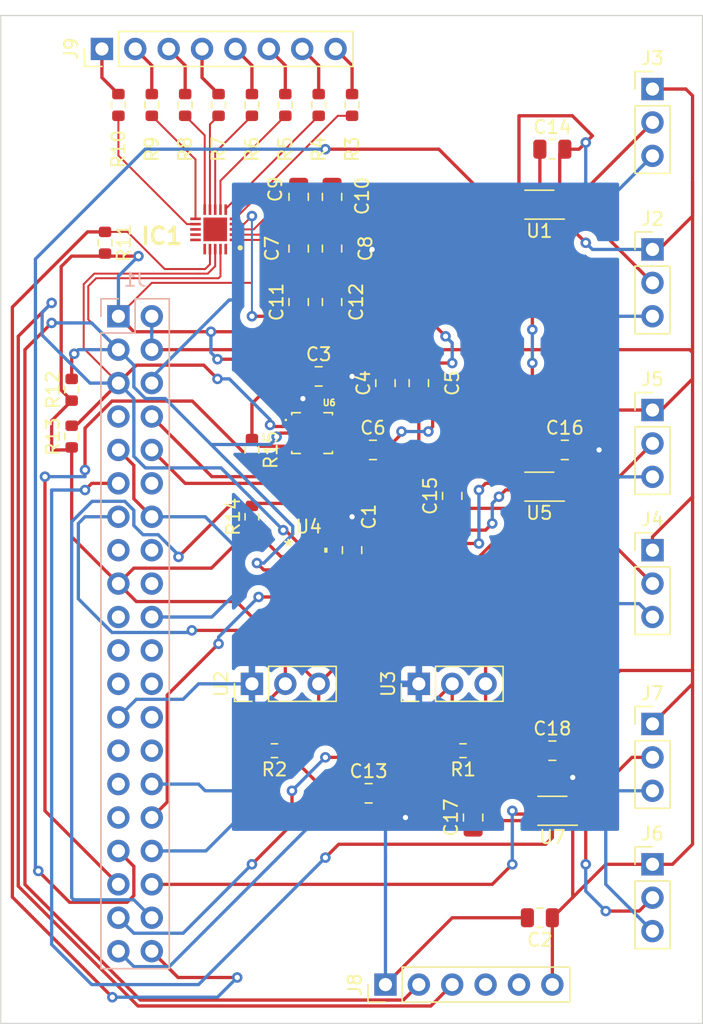
<source format=kicad_pcb>
(kicad_pcb (version 20221018) (generator pcbnew)
  (layers (0 "F.Cu" signal) (31 "B.Cu" signal) (34 "B.Paste" user) (35 "F.Paste" user) (36 "B.SilkS" user "B.Silkscreen") (37 "F.SilkS" user "F.Silkscreen") (38 "B.Mask" user) (39 "F.Mask" user) (44 "Edge.Cuts" user))
  (net 0 "")
  (net 1 "+3.3V")
  (net 3 "+5V")
  (net 4 "GND")
  (net 5 "INT_CAP")
  (net 6 "I2C_SDA")
  (net 7 "I2C_SCL")
  (net 9 "THR_3")
  (net 10 "THR_4")
  (net 11 "THR_6")
  (net 12 "Net-(J6-Pin_2)")
  (net 14 "TEMP_EXT")
  (net 15 "THR_1")
  (net 21 "THR_2")
  (net 26 "INT_GYR")
  (net 31 "THR_5")
  (net 34 "Net-(J9-Pin_1)")
  (net 35 "TEMP_INT")
  (net 36 "INT_ACC")
  (net 37 "Net-(J9-Pin_3)")
  (net 38 "Net-(J9-Pin_2)")
  (net 39 "Net-(J2-Pin_2)")
  (net 40 "Net-(J3-Pin_2)")
  (net 41 "Net-(J9-Pin_4)")
  (net 42 "Net-(J9-Pin_5)")
  (net 43 "Net-(U6-REGOUT)")
  (net 44 "Net-(J5-Pin_2)")
  (net 45 "Net-(J4-Pin_2)")
  (net 55 "Net-(IC1-VREGD)")
  (net 56 "Net-(IC1-VREGA)")
  (net 57 "Net-(IC1-CRX0{slash}CTX0)")
  (net 58 "Net-(IC1-CRX1{slash}CTX1)")
  (net 59 "Net-(IC1-CRX2{slash}CTX2)")
  (net 60 "Net-(IC1-CRX3{slash}CTX3)")
  (net 61 "Net-(IC1-CRX4{slash}CTX4)")
  (net 62 "Net-(IC1-CRX5{slash}CTX5)")
  (net 63 "Net-(IC1-CRX6{slash}CTX6)")
  (net 64 "Net-(IC1-CRX7{slash}CTX7)")
  (net 65 "Net-(J9-Pin_6)")
  (net 66 "Net-(J7-Pin_2)")
  (net 67 "Net-(J9-Pin_7)")
  (net 68 "Net-(J9-Pin_8)")
  (footprint "Package_SO:VSSOP-8_2.3x2mm_P0.5mm" (layer "F.Cu") (at 92.99 70.2564 180)
    (fp_text reference "U1")
    (fp_text value "74LVC2T45DC")
  )
  (footprint "Resistor_SMD:R_0603_1608Metric" (layer "F.Cu") (at 72.835 111.76 180)
    (fp_text reference "R2")
    (fp_text value "4.7k")
  )
  (footprint "Resistor_SMD:R_0603_1608Metric" (layer "F.Cu") (at 66.04 62.675 90)
    (fp_text reference "R8")
    (fp_text value "470")
  )
  (footprint "Connector_PinHeader_2.54mm:PinHeader_1x03_P2.54mm_Vertical" (layer "F.Cu") (at 101.6 120.396)
    (fp_text reference "J6")
    (fp_text value "PWM_5")
  )
  (footprint "Package_SO:VSSOP-8_2.3x2mm_P0.5mm" (layer "F.Cu") (at 92.99 91.69 180)
    (fp_text reference "U5")
    (fp_text value "74LVC2T45DC")
  )
  (footprint "ROV_PCB:MC3479_MEM" (layer "F.Cu") (at 75.4401 97.27)
    (fp_text reference "U4")
    (fp_text value "MC3479")
  )
  (footprint "Capacitor_SMD:C_0805_2012Metric" (layer "F.Cu") (at 78.74 96.52 90)
    (fp_text reference "C1")
    (fp_text value "0.1uF")
  )
  (footprint "Connector_PinHeader_2.54mm:PinHeader_1x03_P2.54mm_Vertical" (layer "F.Cu") (at 71.12 106.68 90)
    (fp_text reference "U2")
    (fp_text value "DS18B20")
  )
  (footprint "Resistor_SMD:R_0603_1608Metric" (layer "F.Cu") (at 63.5 62.675 90)
    (fp_text reference "R9")
    (fp_text value "470")
  )
  (footprint "Connector_PinHeader_2.54mm:PinHeader_1x03_P2.54mm_Vertical" (layer "F.Cu") (at 101.6 73.66)
    (fp_text reference "J2")
    (fp_text value "PWM_1")
  )
  (footprint "Resistor_SMD:R_0603_1608Metric" (layer "F.Cu") (at 57.404 87.884 90)
    (fp_text reference "R13")
    (fp_text value "4.7k")
  )
  (footprint "Connector_PinHeader_2.54mm:PinHeader_1x06_P2.54mm_Vertical" (layer "F.Cu") (at 81.28 129.54 90)
    (fp_text reference "J8")
    (fp_text value "LiDAR")
  )
  (footprint "Capacitor_SMD:C_0805_2012Metric" (layer "F.Cu") (at 93.98 66.04)
    (fp_text reference "C14")
    (fp_text value "100nF")
  )
  (footprint "Capacitor_SMD:C_0805_2012Metric" (layer "F.Cu") (at 94.93 88.9)
    (fp_text reference "C16")
    (fp_text value "100nF")
  )
  (footprint "Capacitor_SMD:C_0805_2012Metric" (layer "F.Cu") (at 83.82 83.82 90)
    (fp_text reference "C5")
    (fp_text value "2.2uF")
  )
  (footprint "Connector_PinHeader_2.54mm:PinHeader_1x03_P2.54mm_Vertical" (layer "F.Cu") (at 101.6 109.728)
    (fp_text reference "J7")
    (fp_text value "PWM_6")
  )
  (footprint "ROV_PCB:PQFN50P300X300X80-16N" (layer "F.Cu") (at 75.7 87.62)
    (fp_text reference "U6")
    (fp_text value "IAM-20380")
  )
  (footprint "Capacitor_SMD:C_0805_2012Metric" (layer "F.Cu") (at 77.216 69.662 90)
    (fp_text reference "C10")
    (fp_text value "2.2uF")
  )
  (footprint "Capacitor_SMD:C_0805_2012Metric" (layer "F.Cu") (at 74.676 69.662 90)
    (fp_text reference "C9")
    (fp_text value "100pF")
  )
  (footprint "ROV_PCB:QFN40P300X300X60-21N" (layer "F.Cu") (at 68.326 72.136 180)
    (fp_text reference "IC1")
    (fp_text value "IQS7222C101QNR" hide)
  )
  (footprint "Capacitor_SMD:C_0805_2012Metric" (layer "F.Cu") (at 77.216 73.594 90)
    (fp_text reference "C8")
    (fp_text value "2.2uF")
  )
  (footprint "Connector_PinHeader_2.54mm:PinHeader_1x08_P2.54mm_Vertical" (layer "F.Cu") (at 59.705 58.42 90)
    (fp_text reference "J9")
    (fp_text value "CapSense")
  )
  (footprint "Resistor_SMD:R_0603_1608Metric" (layer "F.Cu") (at 73.66 62.675 90)
    (fp_text reference "R5")
    (fp_text value "470")
  )
  (footprint "Capacitor_SMD:C_0805_2012Metric" (layer "F.Cu") (at 87.95 116.84 90)
    (fp_text reference "C17")
    (fp_text value "100nF")
  )
  (footprint "Capacitor_SMD:C_0805_2012Metric" (layer "F.Cu") (at 93.98 111.76)
    (fp_text reference "C18")
    (fp_text value "100nF")
  )
  (footprint "Capacitor_SMD:C_0805_2012Metric" (layer "F.Cu") (at 77.216 77.658 90)
    (fp_text reference "C12")
    (fp_text value "2.2uF")
  )
  (footprint "Resistor_SMD:R_0603_1608Metric" (layer "F.Cu") (at 71.12 88.9 -90)
    (fp_text reference "R15")
    (fp_text value "4.7k")
  )
  (footprint "Capacitor_SMD:C_0805_2012Metric" (layer "F.Cu") (at 74.676 73.594 90)
    (fp_text reference "C7")
    (fp_text value "100pF")
  )
  (footprint "Connector_PinHeader_2.54mm:PinHeader_1x03_P2.54mm_Vertical" (layer "F.Cu") (at 101.6 85.867)
    (fp_text reference "J5")
    (fp_text value "PWM_4")
  )
  (footprint "Resistor_SMD:R_0603_1608Metric" (layer "F.Cu") (at 71.12 93.98 90)
    (fp_text reference "R14")
    (fp_text value "4.7k")
  )
  (footprint "Package_SO:VSSOP-8_2.3x2mm_P0.5mm" (layer "F.Cu") (at 93.98 116.328 180)
    (fp_text reference "U7")
    (fp_text value "74LVC2T45DC")
  )
  (footprint "Capacitor_SMD:C_0805_2012Metric" (layer "F.Cu") (at 81.28 83.82 90)
    (fp_text reference "C4")
    (fp_text value "0.1uF")
  )
  (footprint "Resistor_SMD:R_0603_1608Metric" (layer "F.Cu") (at 76.2 62.675 90)
    (fp_text reference "R4")
    (fp_text value "470")
  )
  (footprint "Resistor_SMD:R_0603_1608Metric" (layer "F.Cu") (at 57.404 84.328 90)
    (fp_text reference "R12")
    (fp_text value "4.7k")
  )
  (footprint "Connector_PinHeader_2.54mm:PinHeader_1x03_P2.54mm_Vertical" (layer "F.Cu") (at 101.6 61.468)
    (fp_text reference "J3")
    (fp_text value "PWM_2")
  )
  (footprint "Capacitor_SMD:C_0805_2012Metric" (layer "F.Cu") (at 86.36 92.39 90)
    (fp_text reference "C15")
    (fp_text value "100nF")
  )
  (footprint "Resistor_SMD:R_0603_1608Metric" (layer "F.Cu") (at 71.12 62.675 90)
    (fp_text reference "R6")
    (fp_text value "470")
  )
  (footprint "Capacitor_SMD:C_0805_2012Metric" (layer "F.Cu") (at 80.33 88.9)
    (fp_text reference "C6")
    (fp_text value "2.2uF")
  )
  (footprint "Resistor_SMD:R_0603_1608Metric" (layer "F.Cu") (at 60.96 62.675 90)
    (fp_text reference "R10")
    (fp_text value "470")
  )
  (footprint "Connector_PinHeader_2.54mm:PinHeader_1x03_P2.54mm_Vertical" (layer "F.Cu") (at 83.82 106.68 90)
    (fp_text reference "U3")
    (fp_text value "DS18B20")
  )
  (footprint "Capacitor_SMD:C_0805_2012Metric" (layer "F.Cu") (at 93.03 124.46 180)
    (fp_text reference "C2")
    (fp_text value "680uF")
  )
  (footprint "Resistor_SMD:R_0603_1608Metric" (layer "F.Cu") (at 87.185 111.76 180)
    (fp_text reference "R1")
    (fp_text value "4.7k")
  )
  (footprint "Capacitor_SMD:C_0805_2012Metric" (layer "F.Cu") (at 74.676 77.658 90)
    (fp_text reference "C11")
    (fp_text value "100pF")
  )
  (footprint "Resistor_SMD:R_0603_1608Metric" (layer "F.Cu") (at 68.58 62.675 90)
    (fp_text reference "R7")
    (fp_text value "470")
  )
  (footprint "Capacitor_SMD:C_0805_2012Metric" (layer "F.Cu") (at 80 115)
    (fp_text reference "C13")
    (fp_text value "100nF")
  )
  (footprint "Resistor_SMD:R_0603_1608Metric" (layer "F.Cu") (at 59.944 73.152 -90)
    (fp_text reference "R11")
    (fp_text value "4.7k")
  )
  (footprint "Capacitor_SMD:C_0805_2012Metric" (layer "F.Cu") (at 76.2 83.312)
    (fp_text reference "C3")
    (fp_text value "0.47uF")
  )
  (footprint "Resistor_SMD:R_0603_1608Metric" (layer "F.Cu") (at 78.74 62.675 90)
    (fp_text reference "R3")
    (fp_text value "470")
  )
  (footprint "Connector_PinHeader_2.54mm:PinHeader_1x03_P2.54mm_Vertical" (layer "F.Cu") (at 101.6 96.52)
    (fp_text reference "J4")
    (fp_text value "PWM_3")
  )
  (footprint "Connector_PinSocket_2.54mm:PinSocket_2x20_P2.54mm_Vertical" (layer "B.Cu") (at 60.96 78.74 180)
    (fp_text reference "J1")
    (fp_text value "Raspberry_Pi_2_3")
  )
  (gr_rect (start 52 55.88) (end 105.41 132.5) (stroke (width 0.1)) (fill none) (layer "Edge.Cuts"))
  (segment (start 76.199999 97.02) (end 78.29 97.02) (width 0.25) (layer "F.Cu") (net 1))
  (segment (start 56.604 74.968) (end 57.404 74.168) (width 0.25) (layer "F.Cu") (net 1))
  (segment (start 57.404 88.709) (end 57.404 95.504) (width 0.25) (layer "F.Cu") (net 1))
  (segment (start 88.9 106.68) (end 88.9 110.87) (width 0.25) (layer "F.Cu") (net 1))
  (segment (start 88.662 117.078) (end 87.95 117.79) (width 0.25) (layer "F.Cu") (net 1))
  (segment (start 55.88 88.9) (end 57.213 88.9) (width 0.25) (layer "F.Cu") (net 1))
  (segment (start 60.96 99.06) (end 62.325 100.425) (width 0.25) (layer "F.Cu") (net 1))
  (segment (start 76.2 106.68) (end 79.248 103.632) (width 0.25) (layer "F.Cu") (net 1))
  (segment (start 84.5 87.5) (end 84.5445 87.5) (width 0.25) (layer "F.Cu") (net 1))
  (segment (start 68.5 82.0045) (end 69.8245 82.0045) (width 0.25) (layer "F.Cu") (net 1))
  (segment (start 69.826 72.936) (end 71.12 72.936) (width 0.15) (layer "F.Cu") (net 1))
  (segment (start 83.82 82.804) (end 84.328 82.296) (width 0.25) (layer "F.Cu") (net 1))
  (segment (start 74.676 74.544) (end 77.216 74.544) (width 0.25) (layer "F.Cu") (net 1))
  (segment (start 71.12 94.805) (end 73.335 97.02) (width 0.25) (layer "F.Cu") (net 1))
  (segment (start 71.12 76.2) (end 71.12 72.936) (width 0.15) (layer "F.Cu") (net 1))
  (segment (start 81.92 88.9) (end 86.36 93.34) (width 0.25) (layer "F.Cu") (net 1))
  (segment (start 73.335 97.02) (end 74.680201 97.02) (width 0.25) (layer "F.Cu") (net 1))
  (segment (start 57.404 85.153) (end 55.88 86.677) (width 0.25) (layer "F.Cu") (net 1))
  (segment (start 60.135 74.168) (end 59.944 73.977) (width 0.25) (layer "F.Cu") (net 1))
  (segment (start 71.12 88.075) (end 71.12 85.38) (width 0.25) (layer "F.Cu") (net 1))
  (segment (start 62.325 100.425) (end 69.945 100.425) (width 0.25) (layer "F.Cu") (net 1))
  (segment (start 57.213 88.9) (end 57.404 88.709) (width 0.25) (layer "F.Cu") (net 1))
  (segment (start 80.772 81.788) (end 74.676 81.788) (width 0.25) (layer "F.Cu") (net 1))
  (segment (start 73.152 84.312) (end 75.2 86.36) (width 0.25) (layer "F.Cu") (net 1))
  (segment (start 71.12 72.936) (end 73.068 72.936) (width 0.15) (layer "F.Cu") (net 1))
  (segment (start 72.136 83.82) (end 73.152 83.82) (width 0.25) (layer "F.Cu") (net 1))
  (segment (start 73.068 72.936) (end 74.676 74.544) (width 0.15) (layer "F.Cu") (net 1))
  (segment (start 83.7632 78.6832) (end 91.44 71.0064) (width 0.25) (layer "F.Cu") (net 1))
  (segment (start 90.556 93.34) (end 91.44 92.456) (width 0.25) (layer "F.Cu") (net 1))
  (segment (start 57.404 74.168) (end 59.753 74.168) (width 0.25) (layer "F.Cu") (net 1))
  (segment (start 89.916 117.078) (end 88.662 117.078) (width 0.25) (layer "F.Cu") (net 1))
  (segment (start 72.16 84.34) (end 71.888 84.068) (width 0.25) (layer "F.Cu") (net 1))
  (segment (start 92.43 117.078) (end 89.916 117.078) (width 0.25) (layer "F.Cu") (net 1))
  (segment (start 74.44 86.62) (end 72.65 84.83) (width 0.25) (layer "F.Cu") (net 1))
  (segment (start 60.96 78.74) (end 62.135 79.915) (width 0.25) (layer "F.Cu") (net 1))
  (segment (start 73.152 83.312) (end 73.152 84.312) (width 0.25) (layer "F.Cu") (net 1))
  (segment (start 81.28 82.87) (end 81.28 82.296) (width 0.25) (layer "F.Cu") (net 1))
  (segment (start 89.916 113.666) (end 89.916 117.078) (width 0.25) (layer "F.Cu") (net 1))
  (segment (start 62.484 74.168) (end 60.135 74.168) (width 0.25) (layer "F.Cu") (net 1))
  (segment (start 84.87 83.92) (end 84.87 87.13) (width 0.25) (layer "F.Cu") (net 1))
  (segment (start 62.135 79.915) (end 82.5314 79.915) (width 0.25) (layer "F.Cu") (net 1))
  (segment (start 55.88 86.677) (end 55.88 88.9) (width 0.25) (layer "F.Cu") (net 1))
  (segment (start 71.12 88.075) (end 71.665 88.62) (width 0.25) (layer "F.Cu") (net 1))
  (segment (start 78.29 97.02) (end 78.74 97.47) (width 0.25) (layer "F.Cu") (net 1))
  (segment (start 82.5314 79.915) (end 83.7632 78.6832) (width 0.25) (layer "F.Cu") (net 1))
  (segment (start 76.9 115) (end 79.05 115) (width 0.25) (layer "F.Cu") (net 1))
  (segment (start 84.2712 78.6832) (end 83.7632 78.6832) (width 0.25) (layer "F.Cu") (net 1))
  (segment (start 69.945 100.425) (end 76.2 106.68) (width 0.25) (layer "F.Cu") (net 1))
  (segment (start 68.04 97.885) (end 71.12 94.805) (width 0.25) (layer "F.Cu") (net 1))
  (segment (start 71.665 88.62) (end 74.44 88.62) (width 0.25) (layer "F.Cu") (net 1))
  (segment (start 72.65 84.83) (end 72.16 84.34) (width 0.25) (layer "F.Cu") (net 1))
  (segment (start 84.87 87.13) (end 84.5 87.5) (width 0.25) (layer "F.Cu") (net 1))
  (segment (start 69.8245 82.0045) (end 71.888 84.068) (width 0.25) (layer "F.Cu") (net 1))
  (segment (start 59.753 74.168) (end 59.944 73.977) (width 0.25) (layer "F.Cu") (net 1))
  (segment (start 74.676 81.788) (end 73.152 83.312) (width 0.25) (layer "F.Cu") (net 1))
  (segment (start 83.82 82.87) (end 83.82 82.804) (width 0.25) (layer "F.Cu") (net 1))
  (segment (start 88.9 110.87) (end 88.01 111.76) (width 0.25) (layer "F.Cu") (net 1))
  (segment (start 74.94 86.62) (end 75.2 86.36) (width 0.25) (layer "F.Cu") (net 1))
  (segment (start 88.01 111.76) (end 89.916 113.666) (width 0.25) (layer "F.Cu") (net 1))
  (segment (start 79.248 103.632) (end 88.9 103.632) (width 0.25) (layer "F.Cu") (net 1))
  (segment (start 57.404 95.504) (end 60.96 99.06) (width 0.25) (layer "F.Cu") (net 1))
  (segment (start 86.36 93.34) (end 90.556 93.34) (width 0.25) (layer "F.Cu") (net 1))
  (segment (start 76.2 109.22) (end 76.2 106.68) (width 0.25) (layer "F.Cu") (net 1))
  (segment (start 62.135 97.885) (end 68.04 97.885) (width 0.25) (layer "F.Cu") (net 1))
  (segment (start 60.96 99.06) (end 62.135 97.885) (width 0.25) (layer "F.Cu") (net 1))
  (segment (start 81.28 88.9) (end 81.92 88.9) (width 0.25) (layer "F.Cu") (net 1))
  (segment (start 73.66 111.76) (end 76.9 115) (width 0.25) (layer "F.Cu") (net 1))
  (segment (start 63.5 76.2) (end 71.12 76.2) (width 0.15) (layer "F.Cu") (net 1))
  (segment (start 56.604 84.353) (end 56.604 74.968) (width 0.25) (layer "F.Cu") (net 1))
  (segment (start 74.44 86.62) (end 74.94 86.62) (width 0.25) (layer "F.Cu") (net 1))
  (segment (start 71.888 84.068) (end 72.136 83.82) (width 0.25) (layer "F.Cu") (net 1))
  (segment (start 82.5 87.5) (end 82.5 87.68) (width 0.25) (layer "F.Cu") (net 1))
  (segment (start 73.66 111.76) (end 76.2 109.22) (width 0.25) (layer "F.Cu") (net 1))
  (segment (start 84.328 82.296) (end 86.36 82.296) (width 0.25) (layer "F.Cu") (net 1))
  (segment (start 60.96 78.74) (end 63.5 76.2) (width 0.15) (layer "F.Cu") (net 1))
  (segment (start 74.680201 97.02) (end 76.199999 97.02) (width 0.25) (layer "F.Cu") (net 1))
  (segment (start 82.5 87.68) (end 81.28 88.9) (width 0.25) (layer "F.Cu") (net 1))
  (segment (start 85.852 80.264) (end 84.2712 78.6832) (width 0.25) (layer "F.Cu") (net 1))
  (segment (start 88.9 103.632) (end 88.9 106.68) (width 0.25) (layer "F.Cu") (net 1))
  (segment (start 81.28 82.87) (end 83.82 82.87) (width 0.25) (layer "F.Cu") (net 1))
  (segment (start 81.28 82.296) (end 80.772 81.788) (width 0.25) (layer "F.Cu") (net 1))
  (segment (start 71.12 85.38) (end 72.16 84.34) (width 0.25) (layer "F.Cu") (net 1))
  (segment (start 57.404 85.153) (end 56.604 84.353) (width 0.25) (layer "F.Cu") (net 1))
  (segment (start 83.82 82.87) (end 84.87 83.92) (width 0.25) (layer "F.Cu") (net 1))
  (via (at 68.5 82.0045) (size 0.8) (drill 0.4) (layers "F.Cu" "B.Cu") (net 1))
  (via (at 82.5 87.5) (size 0.8) (drill 0.4) (layers "F.Cu" "B.Cu") (net 1))
  (via (at 84.5445 87.5) (size 0.8) (drill 0.4) (layers "F.Cu" "B.Cu") (net 1))
  (via (at 85.852 80.264) (size 0.8) (drill 0.4) (layers "F.Cu" "B.Cu") (net 1))
  (via (at 86.36 82.296) (size 0.8) (drill 0.4) (layers "F.Cu" "B.Cu") (net 1))
  (via (at 62.484 74.168) (size 0.8) (drill 0.4) (layers "F.Cu" "B.Cu") (net 1))
  (via (at 68 79.915) (size 0.8) (drill 0.4) (layers "F.Cu" "B.Cu") (net 1))
  (segment (start 68.5 82) (end 68.5 82.0045) (width 0.25) (layer "B.Cu") (net 1))
  (segment (start 84.5445 87.5) (end 82.5 87.5) (width 0.25) (layer "B.Cu") (net 1))
  (segment (start 86.36 82.296) (end 86.36 80.772) (width 0.25) (layer "B.Cu") (net 1))
  (segment (start 68 79.915) (end 68 81.5) (width 0.25) (layer "B.Cu") (net 1))
  (segment (start 68 81.5) (end 68.5 82) (width 0.25) (layer "B.Cu") (net 1))
  (segment (start 86.36 80.772) (end 85.852 80.264) (width 0.25) (layer "B.Cu") (net 1))
  (segment (start 60.96 78.74) (end 60.96 75.692) (width 0.25) (layer "B.Cu") (net 1))
  (segment (start 60.96 75.692) (end 62.484 74.168) (width 0.25) (layer "B.Cu") (net 1))
  (segment (start 94.54 92.44) (end 93.84 92.44) (width 0.25) (layer "F.Cu") (net 3))
  (segment (start 104.648 92.456) (end 104.648 92.5) (width 0.25) (layer "F.Cu") (net 3))
  (segment (start 104.648 61.976) (end 104.648 68.5) (width 0.25) (layer "F.Cu") (net 3))
  (segment (start 101.6 95.504) (end 104.648 92.456) (width 0.25) (layer "F.Cu") (net 3))
  (segment (start 93.03 70.17) (end 93.03 66.04) (width 0.25) (layer "F.Cu") (net 3))
  (segment (start 101.6 85.867) (end 102.281 85.867) (width 0.25) (layer "F.Cu") (net 3))
  (segment (start 101.6 109.728) (end 104.648 106.68) (width 0.25) (layer "F.Cu") (net 3))
  (segment (start 101.6 85.867) (end 97.013 85.867) (width 0.25) (layer "F.Cu") (net 3))
  (segment (start 102.281 85.867) (end 104.648 83.5) (width 0.25) (layer "F.Cu") (net 3))
  (segment (start 98.044 120.396) (end 101.6 120.396) (width 0.25) (layer "F.Cu") (net 3))
  (segment (start 95.53 117.078) (end 95.53 122.91) (width 0.25) (layer "F.Cu") (net 3))
  (segment (start 93.03 111.76) (end 99.126 105.664) (width 0.25) (layer "F.Cu") (net 3))
  (segment (start 103.124 120.396) (end 101.6 120.396) (width 0.25) (layer "F.Cu") (net 3))
  (segment (start 104.648 61.976) (end 104.14 61.468) (width 0.25) (layer "F.Cu") (net 3))
  (segment (start 93.98 124.46) (end 98.044 120.396) (width 0.25) (layer "F.Cu") (net 3))
  (segment (start 104.648 71.12) (end 102.108 73.66) (width 0.25) (layer "F.Cu") (net 3))
  (segment (start 104.648 92.5) (end 104.648 83.5) (width 0.25) (layer "F.Cu") (net 3))
  (segment (start 104.648 92.5) (end 104.648 92.964) (width 0.25) (layer "F.Cu") (net 3))
  (segment (start 93.8664 71.0064) (end 93.03 70.17) (width 0.25) (layer "F.Cu") (net 3))
  (segment (start 92.964 92.456) (end 92.964 89.916) (width 0.25) (layer "F.Cu") (net 3))
  (segment (start 104.14 61.468) (end 101.6 61.468) (width 0.25) (layer "F.Cu") (net 3))
  (segment (start 104.648 118.872) (end 103.124 120.396) (width 0.25) (layer "F.Cu") (net 3))
  (segment (start 63.5 81.28) (end 104.428 81.28) (width 0.25) (layer "F.Cu") (net 3))
  (segment (start 104.648 70.612) (end 104.648 71.12) (width 0.25) (layer "F.Cu") (net 3))
  (segment (start 94.54 71.0064) (end 93.8664 71.0064) (width 0.25) (layer "F.Cu") (net 3))
  (segment (start 104.648 118.872) (end 104.648 106.68) (width 0.25) (layer "F.Cu") (net 3))
  (segment (start 102.108 73.66) (end 101.6 73.66) (width 0.25) (layer "F.Cu") (net 3))
  (segment (start 104.648 81.5) (end 104.648 68.5) (width 0.25) (layer "F.Cu") (net 3))
  (segment (start 92.964 89.916) (end 93.98 88.9) (width 0.25) (layer "F.Cu") (net 3))
  (segment (start 104.428 81.28) (end 104.648 81.5) (width 0.25) (layer "F.Cu") (net 3))
  (segment (start 99.126 105.664) (end 104.648 105.664) (width 0.25) (layer "F.Cu") (net 3))
  (segment (start 101.6 96.52) (end 101.6 95.504) (width 0.25) (layer "F.Cu") (net 3))
  (segment (start 104.648 106.68) (end 104.648 92.964) (width 0.25) (layer "F.Cu") (net 3))
  (segment (start 104.648 83.5) (end 104.648 81.5) (width 0.25) (layer "F.Cu") (net 3))
  (segment (start 93.84 92.44) (end 93.824 92.456) (width 0.25) (layer "F.Cu") (net 3))
  (segment (start 93.824 92.456) (end 92.964 92.456) (width 0.25) (layer "F.Cu") (net 3))
  (segment (start 95.53 122.91) (end 95.504 122.936) (width 0.25) (layer "F.Cu") (net 3))
  (segment (start 94.54 71.172) (end 96.52 73.152) (width 0.25) (layer "F.Cu") (net 3))
  (segment (start 94.54 71.0064) (end 94.54 71.172) (width 0.25) (layer "F.Cu") (net 3))
  (segment (start 104.648 68.5) (end 104.648 70.612) (width 0.25) (layer "F.Cu") (net 3))
  (segment (start 97.013 85.867) (end 93.98 88.9) (width 0.25) (layer "F.Cu") (net 3))
  (segment (start 93.98 124.46) (end 93.98 129.54) (width 0.25) (layer "F.Cu") (net 3))
  (via (at 96.52 73.152) (size 0.8) (drill 0.4) (layers "F.Cu" "B.Cu") (net 3))
  (segment (start 96.52 73.152) (end 97.028 73.66) (width 0.25) (layer "B.Cu") (net 3))
  (segment (start 63.5 78.74) (end 63.5 81.28) (width 0.25) (layer "B.Cu") (net 3))
  (segment (start 97.028 73.66) (end 101.6 73.66) (width 0.25) (layer "B.Cu") (net 3))
  (segment (start 69.826 72.136) (end 71.252 72.136) (width 0.15) (layer "F.Cu") (net 4))
  (segment (start 95.53 112.36) (end 94.93 111.76) (width 0.25) (layer "F.Cu") (net 4))
  (segment (start 78.74 73.66) (end 78.74 71.12) (width 0.25) (layer "F.Cu") (net 4))
  (segment (start 78.74 73.66) (end 80.264 73.66) (width 0.25) (layer "F.Cu") (net 4))
  (segment (start 78.74 70.236) (end 78.74 71.12) (width 0.25) (layer "F.Cu") (net 4))
  (segment (start 62.135 92.615) (end 63.5 93.98) (width 0.25) (layer "F.Cu") (net 4))
  (segment (start 95.88 88.9) (end 97.536 88.9) (width 0.25) (layer "F.Cu") (net 4))
  (segment (start 78.74 85.852) (end 79.248 85.344) (width 0.25) (layer "F.Cu") (net 4))
  (segment (start 75.6901 97.662399) (end 75.6901 98.029899) (width 0.15) (layer "F.Cu") (net 4))
  (segment (start 74.676 76.708) (end 77.216 76.708) (width 0.25) (layer "F.Cu") (net 4))
  (segment (start 76.96 86.62) (end 77.972 86.62) (width 0.25) (layer "F.Cu") (net 4))
  (segment (start 76.88 88.62) (end 76.5 89) (width 0.25) (layer "F.Cu") (net 4))
  (segment (start 74.676 68.712) (end 77.216 68.712) (width 0.25) (layer "F.Cu") (net 4))
  (segment (start 75.6901 96.062398) (end 76.182498 95.57) (width 0.25) (layer "F.Cu") (net 4))
  (segment (start 75.547701 97.52) (end 75.6901 97.662399) (width 0.15) (layer "F.Cu") (net 4))
  (segment (start 75.6901 99.5661) (end 75.692 99.568) (width 0.25) (layer "F.Cu") (net 4))
  (segment (start 60.96 88.9) (end 62.135 90.075) (width 0.25) (layer "F.Cu") (net 4))
  (segment (start 78.74 83.312) (end 79.248 83.82) (width 0.25) (layer "F.Cu") (net 4))
  (segment (start 81.28 84.77) (end 83.82 84.77) (width 0.25) (layer "F.Cu") (net 4))
  (segment (start 80.772 99.568) (end 81.28 99.06) (width 0.25) (layer "F.Cu") (net 4))
  (segment (start 81.28 99.06) (end 81.28 96.52) (width 0.25) (layer "F.Cu") (net 4))
  (segment (start 77.15 83.312) (end 78.74 83.312) (width 0.25) (layer "F.Cu") (net 4))
  (segment (start 79.248 85.344) (end 79.822 84.77) (width 0.25) (layer "F.Cu") (net 4))
  (segment (start 75.7 85.7) (end 75 85) (width 0.15) (layer "F.Cu") (net 4))
  (segment (start 96.012 66.04) (end 97.028 65.024) (width 0.25) (layer "F.Cu") (net 4))
  (segment (start 71.252 72.136) (end 72.268 71.12) (width 0.15) (layer "F.Cu") (net 4))
  (segment (start 62.135 90.075) (end 62.135 92.615) (width 0.25) (layer "F.Cu") (net 4))
  (segment (start 83.82 88.9) (end 86.36 91.44) (width 0.25) (layer "F.Cu") (net 4))
  (segment (start 86.36 124.46) (end 81.28 129.54) (width 0.25) (layer "F.Cu") (net 4))
  (segment (start 83.82 84.77) (end 83.82 88.9) (width 0.25) (layer "F.Cu") (net 4))
  (segment (start 72.268 71.12) (end 74.676 68.712) (width 0.25) (layer "F.Cu") (net 4))
  (segment (start 94.54 66.43) (end 94.54 69.5064) (width 0.25) (layer "F.Cu") (net 4))
  (segment (start 75.6901 96.510101) (end 75.6901 96.062398) (width 0.25) (layer "F.Cu") (net 4))
  (segment (start 92.43 115.578) (end 95.53 115.578) (width 0.25) (layer "F.Cu") (net 4))
  (segment (start 76.5 89) (end 75.82 89) (width 0.25) (layer "F.Cu") (net 4))
  (segment (start 77.216 68.712) (end 78.74 70.236) (width 0.25) (layer "F.Cu") (net 4))
  (segment (start 92.08 124.46) (end 86.36 124.46) (width 0.25) (layer "F.Cu") (net 4))
  (segment (start 74.680201 97.52) (end 75.547701 97.52) (width 0.15) (layer "F.Cu") (net 4))
  (segment (start 95.504 63.5) (end 97.028 65.024) (width 0.25) (layer "F.Cu") (net 4))
  (segment (start 86.86 90.94) (end 86.36 91.44) (width 0.25) (layer "F.Cu") (net 4))
  (segment (start 78.74 95.57) (end 78.74 93.98) (width 0.25) (layer "F.Cu") (net 4))
  (segment (start 91.44 63.5) (end 95.504 63.5) (width 0.25) (layer "F.Cu") (net 4))
  (segment (start 94.93 66.04) (end 96.012 66.04) (width 0.25) (layer "F.Cu") (net 4))
  (segment (start 79.822 84.77) (end 81.28 84.77) (width 0.25) (layer "F.Cu") (net 4))
  (segment (start 87.95 115.89) (end 87.06 115) (width 0.25) (layer "F.Cu") (net 4))
  (segment (start 77.216 76.708) (end 78.74 75.184) (width 0.25) (layer "F.Cu") (net 4))
  (segment (start 74.676 72.644) (end 77.216 72.644) (width 0.25) (layer "F.Cu") (net 4))
  (segment (start 75.82 89) (end 75.7 88.88) (width 0.25) (layer "F.Cu") (net 4))
  (segment (start 76.96 88.62) (end 79.1 88.62) (width 0.25) (layer "F.Cu") (net 4))
  (segment (start 80.33 95.57) (end 78.74 95.57) (width 0.25) (layer "F.Cu") (net 4))
  (segment (start 77.216 72.644) (end 78.74 71.12) (width 0.25) (layer "F.Cu") (net 4))
  (segment (start 94.93 66.04) (end 94.54 66.43) (width 0.25) (layer "F.Cu") (net 4))
  (segment (start 75.7 86.36) (end 75.7 85.7) (width 0.15) (layer "F.Cu") (net 4))
  (segment (start 94.54 90.24) (end 94.54 90.94) (width 0.25) (layer "F.Cu") (net 4))
  (segment (start 79.38 86.67) (end 81.28 84.77) (width 0.25) (layer "F.Cu") (net 4))
  (segment (start 75.6901 98.029899) (end 75.6901 99.5661) (width 0.25) (layer "F.Cu") (net 4))
  (segment (start 75.6901 98.029899) (end 76.185899 98.029899) (width 0.25) (layer "F.Cu") (net 4))
  (segment (start 91.44 90.94) (end 86.86 90.94) (width 0.25) (layer "F.Cu") (net 4))
  (segment (start 87.06 115) (end 80.95 115) (width 0.25) (layer "F.Cu") (net 4))
  (segment (start 80.95 115) (end 80.964 115) (width 0.25) (layer "F.Cu") (net 4))
  (segment (start 75.692 99.568) (end 80.772 99.568) (width 0.25) (layer "F.Cu") (net 4))
  (segment (start 76.96 86.62) (end 76.96 88.62) (width 0.25) (layer "F.Cu") (net 4))
  (segment (start 76.96 88.62) (end 76.88 88.62) (width 0.25) (layer "F.Cu") (net 4))
  (segment (start 80.964 115) (end 82.804 116.84) (width 0.25) (layer "F.Cu") (net 4))
  (segment (start 77.972 86.62) (end 78.74 85.852) (width 0.25) (layer "F.Cu") (net 4))
  (segment (start 79.248 83.82) (end 79.248 85.344) (width 0.25) (layer "F.Cu") (net 4))
  (segment (start 81.28 96.52) (end 80.33 95.57) (width 0.25) (layer "F.Cu") (net 4))
  (segment (start 76.182498 95.57) (end 78.74 95.57) (width 0.25) (layer "F.Cu") (net 4))
  (segment (start 91.44 69.5064) (end 91.44 63.5) (width 0.25) (layer "F.Cu") (net 4))
  (segment (start 79.38 88.9) (end 79.38 86.67) (width 0.25) (layer "F.Cu") (net 4))
  (segment (start 79.1 88.62) (end 79.38 88.9) (width 0.25) (layer "F.Cu") (net 4))
  (segment (start 95.88 88.9) (end 94.54 90.24) (width 0.25) (layer "F.Cu") (net 4))
  (segment (start 78.74 75.184) (end 78.74 73.66) (width 0.25) (layer "F.Cu") (net 4))
  (segment (start 95.53 115.578) (end 95.53 113.792) (width 0.25) (layer "F.Cu") (net 4))
  (segment (start 95.53 113.792) (end 95.53 112.36) (width 0.25) (layer "F.Cu") (net 4))
  (via (at 75 85) (size 0.8) (drill 0.4) (layers "F.Cu" "B.Cu") (net 4))
  (via (at 80.264 73.66) (size 0.8) (drill 0.4) (layers "F.Cu" "B.Cu") (net 4))
  (via (at 82.804 116.84) (size 0.8) (drill 0.4) (layers "F.Cu" "B.Cu") (net 4))
  (via (at 78.74 83.312) (size 0.8) (drill 0.4) (layers "F.Cu" "B.Cu") (net 4))
  (via (at 78.74 93.98) (size 0.8) (drill 0.4) (layers "F.Cu" "B.Cu") (net 4))
  (via (at 96.52 65.532) (size 0.8) (drill 0.4) (layers "F.Cu" "B.Cu") (net 4))
  (via (at 97.536 88.9) (size 0.8) (drill 0.4) (layers "F.Cu" "B.Cu") (net 4))
  (via (at 95.53 113.792) (size 0.8) (drill 0.4) (layers "F.Cu" "B.Cu") (net 4))
  (segment (start 101.6 90.947) (end 98.567 90.947) (width 0.25) (layer "B.Cu") (net 4))
  (segment (start 67.056 106.68) (end 71.12 106.68) (width 0.25) (layer "B.Cu") (net 4))
  (segment (start 68.072 101.6) (end 70.612 99.06) (width 0.25) (layer "B.Cu") (net 4))
  (segment (start 98.044 121.92) (end 98.044 117.348) (width 0.25) (layer "B.Cu") (net 4))
  (segment (start 101.6 101.6) (end 100.584 100.584) (width 0.25) (layer "B.Cu") (net 4))
  (segment (start 62.325 107.855) (end 65.881 107.855) (width 0.25) (layer "B.Cu") (net 4))
  (segment (start 63.5 93.98) (end 67.564 93.98) (width 0.25) (layer "B.Cu") (net 4))
  (segment (start 101.6 78.74) (end 98.044 78.74) (width 0.25) (layer "B.Cu") (net 4))
  (segment (start 63.5 101.6) (end 68.072 101.6) (width 0.25) (layer "B.Cu") (net 4))
  (segment (start 101.6 66.548) (end 98.044 70.104) (width 0.25) (layer "B.Cu") (net 4))
  (segment (start 60.96 109.22) (end 62.325 107.855) (width 0.25) (layer "B.Cu") (net 4))
  (segment (start 96.52 65.532) (end 96.52 68.58) (width 0.25) (layer "B.Cu") (net 4))
  (segment (start 71.12 106.68) (end 71.12 104.14) (width 0.25) (layer "B.Cu") (net 4))
  (segment (start 83.82 106.68) (end 83.82 104.14) (width 0.25) (layer "B.Cu") (net 4))
  (segment (start 63.5 119.38) (end 67.62 119.38) (width 0.25) (layer "B.Cu") (net 4))
  (segment (start 63.5 83.82) (end 63.5 83.389695) (width 0.25) (layer "B.Cu") (net 4))
  (segment (start 96.52 68.58) (end 96.012 69.088) (width 0.25) (layer "B.Cu") (net 4))
  (segment (start 100.584 100.584) (end 98.044 100.584) (width 0.25) (layer "B.Cu") (net 4))
  (segment (start 62.135 128.175) (end 64.825 128.175) (width 0.25) (layer "B.Cu") (net 4))
  (segment (start 101.6 125.476) (end 98.044 121.92) (width 0.25) (layer "B.Cu") (net 4))
  (segment (start 63.5 83.389695) (end 69.389695 77.5) (width 0.25) (layer "B.Cu") (net 4))
  (segment (start 60.96 127) (end 62.135 128.175) (width 0.25) (layer "B.Cu") (net 4))
  (segment (start 67.056 114.3) (end 67.564 114.808) (width 0.25) (layer "B.Cu") (net 4))
  (segment (start 67.564 93.98) (end 70.104 96.52) (width 0.25) (layer "B.Cu") (net 4))
  (segment (start 81.28 117.348) (end 81.28 116.84) (width 0.25) (layer "B.Cu") (net 4))
  (segment (start 70.612 114.808) (end 71.12 115.316) (width 0.25) (layer "B.Cu") (net 4))
  (segment (start 65.881 107.855) (end 67.056 106.68) (width 0.25) (layer "B.Cu") (net 4))
  (segment (start 101.6 114.808) (end 97.536 114.808) (width 0.25) (layer "B.Cu") (net 4))
  (segment (start 64.825 128.175) (end 75.5 117.5) (width 0.25) (layer "B.Cu") (net 4))
  (segment (start 81.28 119.888) (end 81.28 117.348) (width 0.25) (layer "B.Cu") (net 4))
  (segment (start 81.28 129.54) (end 81.28 119.634) (width 0.25) (layer "B.Cu") (net 4))
  (segment (start 67.564 114.808) (end 70.612 114.808) (width 0.25) (layer "B.Cu") (net 4))
  (segment (start 83.82 104.14) (end 83.312 103.632) (width 0.25) (layer "B.Cu") (net 4))
  (segment (start 98.567 90.947) (end 98.044 90.424) (width 0.25) (layer "B.Cu") (net 4))
  (segment (start 71.12 104.14) (end 70.104 103.124) (width 0.25) (layer "B.Cu") (net 4))
  (segment (start 67.62 119.38) (end 71 116) (width 0.25) (layer "B.Cu") (net 4))
  (segment (start 70.104 96.52) (end 70.104 99.06) (width 0.25) (layer "B.Cu") (net 4))
  (segment (start 69.389695 77.5) (end 70 77.5) (width 0.25) (layer "B.Cu") (net 4))
  (segment (start 63.5 114.3) (end 67.056 114.3) (width 0.25) (layer "B.Cu") (net 4))
  (segment (start 52.89 122.89) (end 60.5 130.5) (width 0.25) (layer "F.Cu") (net 5))
  (segment (start 52.89 78.045604) (end 52.89 122.89) (width 0.25) (layer "F.Cu") (net 5))
  (segment (start 65.5 129) (end 63.5 127) (width 0.25) (layer "F.Cu") (net 5))
  (segment (start 59.944 72.327) (end 58.608604 72.327) (width 0.25) (layer "F.Cu") (net 5))
  (segment (start 67.926 74.788) (end 67.564 75.15) (width 0.15) (layer "F.Cu") (net 5))
  (segment (start 61.659 72.327) (end 59.944 72.327) (width 0.15) (layer "F.Cu") (net 5))
  (segment (start 64.482 75.15) (end 61.659 72.327) (width 0.15) (layer "F.Cu") (net 5))
  (segment (start 67.564 75.15) (end 64.482 75.15) (width 0.15) (layer "F.Cu") (net 5))
  (segment (start 58.608604 72.327) (end 52.89 78.045604) (width 0.25) (layer "F.Cu") (net 5))
  (segment (start 70 129) (end 65.5 129) (width 0.25) (layer "F.Cu") (net 5))
  (segment (start 67.926 73.636) (end 67.926 74.788) (width 0.15) (layer "F.Cu") (net 5))
  (via (at 60.5 130.5) (size 0.8) (drill 0.4) (layers "F.Cu" "B.Cu") (net 5))
  (via (at 70 129) (size 0.8) (drill 0.4) (layers "F.Cu" "B.Cu") (net 5))
  (segment (start 60.5 130.5) (end 68.5 130.5) (width 0.25) (layer "B.Cu") (net 5))
  (segment (start 68.5 130.5) (end 70 129) (width 0.25) (layer "B.Cu") (net 5))
  (segment (start 53.848 121.929305) (end 53.848 81.28) (width 0.25) (layer "F.Cu") (net 6))
  (segment (start 68.726 75.704) (end 68.58 75.85) (width 0.15) (layer "F.Cu") (net 6))
  (segment (start 62.633695 130.715) (end 53.848 121.929305) (width 0.25) (layer "F.Cu") (net 6))
  (segment (start 82.645 130.715) (end 62.633695 130.715) (width 0.25) (layer "F.Cu") (net 6))
  (segment (start 58.667487 76.447487) (end 58.667487 78.987487) (width 0.15) (layer "F.Cu") (net 6))
  (segment (start 68.58 75.85) (end 59.264974 75.85) (width 0.15) (layer "F.Cu") (net 6))
  (segment (start 58.667487 78.987487) (end 60.96 81.28) (width 0.15) (layer "F.Cu") (net 6))
  (segment (start 73.2755 87.62) (end 74.44 87.62) (width 0.25) (layer "F.Cu") (net 6))
  (segment (start 55.8795 79.2485) (end 55.8795 79.248) (width 0.25) (layer "F.Cu") (net 6))
  (segment (start 57.404 81.788) (end 57.598102 81.593898) (width 0.25) (layer "F.Cu") (net 6))
  (segment (start 59.264974 75.85) (end 58.667487 76.447487) (width 0.15) (layer "F.Cu") (net 6))
  (segment (start 72.020001 98.020001) (end 71.5 97.5) (width 0.25) (layer "F.Cu") (net 6))
  (segment (start 83.82 129.54) (end 82.645 130.715) (width 0.25) (layer "F.Cu") (net 6))
  (segment (start 74.680201 98.020001) (end 72.020001 98.020001) (width 0.25) (layer "F.Cu") (net 6))
  (segment (start 73 87.8955) (end 73.2755 87.62) (width 0.25) (layer "F.Cu") (net 6))
  (segment (start 68.726 73.636) (end 68.726 75.704) (width 0.15) (layer "F.Cu") (net 6))
  (segment (start 57.404 83.503) (end 57.404 81.788) (width 0.25) (layer "F.Cu") (net 6))
  (segment (start 53.848 81.28) (end 55.8795 79.2485) (width 0.25) (layer "F.Cu") (net 6))
  (via (at 73 87.8955) (size 0.8) (drill 0.4) (layers "F.Cu" "B.Cu") (net 6))
  (via (at 57.598102 81.593898) (size 0.8) (drill 0.4) (layers "F.Cu" "B.Cu") (net 6))
  (via (at 55.8795 79.248) (size 0.8) (drill 0.4) (layers "F.Cu" "B.Cu") (net 6))
  (via (at 71.5 97.5) (size 0.8) (drill 0.4) (layers "F.Cu" "B.Cu") (net 6))
  (segment (start 68.012653 88.487347) (end 64.520305 84.995) (width 0.25) (layer "B.Cu") (net 6))
  (segment (start 57.404 81.788) (end 57.912 81.28) (width 0.25) (layer "B.Cu") (net 6))
  (segment (start 63.013299 84.995) (end 62.135 84.116701) (width 0.25) (layer "B.Cu") (net 6))
  (segment (start 55.88 79.248) (end 58.928 79.248) (width 0.25) (layer "B.Cu") (net 6))
  (segment (start 62.135 82.455) (end 60.96 81.28) (width 0.25) (layer "B.Cu") (net 6))
  (segment (start 71.5 97.5) (end 72.025305 97.5) (width 0.25) (layer "B.Cu") (net 6))
  (segment (start 71.732252 88.487347) (end 72.512653 88.487347) (width 0.25) (layer "B.Cu") (net 6))
  (segment (start 74.225 94.699695) (end 68.012653 88.487347) (width 0.25) (layer "B.Cu") (net 6))
  (segment (start 72.512653 88.487347) (end 73 88) (width 0.25) (layer "B.Cu") (net 6))
  (segment (start 74.225 95.300305) (end 74.225 94.699695) (width 0.25) (layer "B.Cu") (net 6))
  (segment (start 62.135 84.116701) (end 62.135 82.455) (width 0.25) (layer "B.Cu") (net 6))
  (segment (start 57.912 81.28) (end 60.96 81.28) (width 0.25) (layer "B.Cu") (net 6))
  (segment (start 64.520305 84.995) (end 63.013299 84.995) (width 0.25) (layer "B.Cu") (net 6))
  (segment (start 68.012653 88.487347) (end 71.732252 88.487347) (width 0.25) (layer "B.Cu") (net 6))
  (segment (start 58.928 79.248) (end 60.96 81.28) (width 0.25) (layer "B.Cu") (net 6))
  (segment (start 72.025305 97.5) (end 74.225 95.300305) (width 0.25) (layer "B.Cu") (net 6))
  (segment (start 55.8795 79.248) (end 55.88 79.248) (width 0.25) (layer "B.Cu") (net 6))
  (segment (start 73 88) (end 73 87.8955) (width 0.25) (layer "B.Cu") (net 6))
  (segment (start 68.5 83.5) (end 67.455 82.455) (width 0.25) (layer "F.Cu") (net 7))
  (segment (start 62.447299 131.165) (end 53.34 122.057701) (width 0.25) (layer "F.Cu") (net 7))
  (segment (start 73.66 94.996) (end 73.504 94.996) (width 0.25) (layer "F.Cu") (net 7))
  (segment (start 74.680201 96.016201) (end 73.66 94.996) (width 0.25) (layer "F.Cu") (net 7))
  (segment (start 60.96 83.82) (end 58.317487 81.177487) (width 0.15) (layer "F.Cu") (net 7))
  (segment (start 84.735 131.165) (end 62.447299 131.165) (width 0.25) (layer "F.Cu") (net 7))
  (segment (start 68.326 74.93) (end 68.326 74.286) (width 0.15) (layer "F.Cu") (net 7))
  (segment (start 53.34 80.2635) (end 55.8795 77.724) (width 0.25) (layer "F.Cu") (net 7))
  (segment (start 53.34 122.057701) (end 53.34 80.2635) (width 0.25) (layer "F.Cu") (net 7))
  (segment (start 67.455 82.455) (end 62.325 82.455) (width 0.25) (layer "F.Cu") (net 7))
  (segment (start 73.504 94.996) (end 73.5 95) (width 0.25) (layer "F.Cu") (net 7))
  (segment (start 59.12 75.5) (end 67.112 75.5) (width 0.15) (layer "F.Cu") (net 7))
  (segment (start 68.326 74.286) (end 68.326 73.636) (width 0.15) (layer "F.Cu") (net 7))
  (segment (start 67.756 75.5) (end 68.326 74.93) (width 0.15) (layer "F.Cu") (net 7))
  (segment (start 57.721 87.059) (end 60.96 83.82) (width 0.25) (layer "F.Cu") (net 7))
  (segment (start 62.325 82.455) (end 60.96 83.82) (width 0.25) (layer "F.Cu") (net 7))
  (segment (start 72.62 87.12) (end 72.5 87) (width 0.25) (layer "F.Cu") (net 7))
  (segment (start 74.44 87.12) (end 72.62 87.12) (width 0.25) (layer "F.Cu") (net 7))
  (segment (start 86.36 129.54) (end 84.735 131.165) (width 0.25) (layer "F.Cu") (net 7))
  (segment (start 57.404 87.059) (end 57.721 87.059) (width 0.25) (layer "F.Cu") (net 7))
  (segment (start 67.112 75.5) (end 67.756 75.5) (width 0.15) (layer "F.Cu") (net 7))
  (segment (start 58.317487 81.177487) (end 58.317487 76.302513) (width 0.15) (layer "F.Cu") (net 7))
  (segment (start 74.680201 96.519999) (end 74.680201 96.016201) (width 0.25) (layer "F.Cu") (net 7))
  (segment (start 58.317487 76.302513) (end 59.12 75.5) (width 0.15) (layer "F.Cu") (net 7))
  (via (at 73.5 95) (size 0.8) (drill 0.4) (layers "F.Cu" "B.Cu") (net 7))
  (via (at 68.5 83.5) (size 0.8) (drill 0.4) (layers "F.Cu" "B.Cu") (net 7))
  (via (at 72.5 87) (size 0.8) (drill 0.4) (layers "F.Cu" "B.Cu") (net 7))
  (via (at 55.8795 77.724) (size 0.8) (drill 0.4) (layers "F.Cu" "B.Cu") (net 7))
  (segment (start 55.88 77.724) (end 55.8795 77.724) (width 0.25) (layer "B.Cu") (net 7))
  (segment (start 69.404396 83.5) (end 68.5 83.5) (width 0.25) (layer "B.Cu") (net 7))
  (segment (start 62.135 89.386701) (end 62.135 84.995) (width 0.25) (layer "B.Cu") (net 7))
  (segment (start 72.5 87) (end 72.5 86.595604) (width 0.25) (layer "B.Cu") (net 7))
  (segment (start 55.88 77.724) (end 55.1545 78.4495) (width 0.25) (layer "B.Cu") (net 7))
  (segment (start 73.5 95) (end 68.765 90.265) (width 0.25) (layer "B.Cu") (net 7))
  (segment (start 62.135 84.995) (end 60.96 83.82) (width 0.25) (layer "B.Cu") (net 7))
  (segment (start 72.5 86.595604) (end 69.404396 83.5) (width 0.25) (layer "B.Cu") (net 7))
  (segment (start 55.1545 80.174896) (end 58.799604 83.82) (width 0.25) (layer "B.Cu") (net 7))
  (segment (start 55.1545 78.4495) (end 55.1545 80.174896) (width 0.25) (layer "B.Cu") (net 7))
  (segment (start 63.013299 90.265) (end 62.135 89.386701) (width 0.25) (layer "B.Cu") (net 7))
  (segment (start 58.799604 83.82) (end 60.96 83.82) (width 0.25) (layer "B.Cu") (net 7))
  (segment (start 68.765 90.265) (end 63.013299 90.265) (width 0.25) (layer "B.Cu") (net 7))
  (segment (start 81.788 90.932) (end 68.072 90.932) (width 0.25) (layer "F.Cu") (net 9))
  (segment (start 85.852 94.996) (end 81.788 90.932) (width 0.25) (layer "F.Cu") (net 9))
  (segment (start 88.9 94.996) (end 85.852 94.996) (width 0.25) (layer "F.Cu") (net 9))
  (segment (start 90.432 91.94) (end 89.916 92.456) (width 0.25) (layer "F.Cu") (net 9))
  (segment (start 68.072 90.932) (end 63.5 86.36) (width 0.25) (layer "F.Cu") (net 9))
  (segment (start 89.408 94.488) (end 88.9 94.996) (width 0.25) (layer "F.Cu") (net 9))
  (segment (start 91.44 91.94) (end 90.432 91.94) (width 0.25) (layer "F.Cu") (net 9))
  (via (at 89.916 92.456) (size 0.8) (drill 0.4) (layers "F.Cu" "B.Cu") (net 9))
  (via (at 89.408 94.488) (size 0.8) (drill 0.4) (layers "F.Cu" "B.Cu") (net 9))
  (segment (start 89.408 92.964) (end 89.408 94.488) (width 0.25) (layer "B.Cu") (net 9))
  (segment (start 89.916 92.456) (end 89.408 92.964) (width 0.25) (layer "B.Cu") (net 9))
  (segment (start 91.44 91.44) (end 88.9 91.44) (width 0.25) (layer "F.Cu") (net 10))
  (segment (start 85.852 96.012) (end 81.28 91.44) (width 0.25) (layer "F.Cu") (net 10))
  (segment (start 81.28 91.44) (end 66.04 91.44) (width 0.25) (layer "F.Cu") (net 10))
  (segment (start 88.392 96.012) (end 85.852 96.012) (width 0.25) (layer "F.Cu") (net 10))
  (segment (start 66.04 91.44) (end 63.5 88.9) (width 0.25) (layer "F.Cu") (net 10))
  (segment (start 88.9 91.44) (end 88.392 91.948) (width 0.25) (layer "F.Cu") (net 10))
  (via (at 88.392 91.948) (size 0.8) (drill 0.4) (layers "F.Cu" "B.Cu") (net 10))
  (via (at 88.392 96.012) (size 0.8) (drill 0.4) (layers "F.Cu" "B.Cu") (net 10))
  (segment (start 88.392 91.948) (end 88.392 96.012) (width 0.25) (layer "B.Cu") (net 10))
  (segment (start 77.724 118.872) (end 93.472 118.872) (width 0.25) (layer "F.Cu") (net 11))
  (segment (start 93.472 118.872) (end 93.98 118.364) (width 0.25) (layer "F.Cu") (net 11))
  (segment (start 93.98 118.364) (end 93.98 116.332) (width 0.25) (layer "F.Cu") (net 11))
  (segment (start 58.928 91.44) (end 58.42 91.948) (width 0.25) (layer "F.Cu") (net 11))
  (segment (start 60.96 91.44) (end 58.928 91.44) (width 0.25) (layer "F.Cu") (net 11))
  (segment (start 76.708 119.888) (end 77.724 118.872) (width 0.25) (layer "F.Cu") (net 11))
  (segment (start 93.98 116.332) (end 93.726 116.078) (width 0.25) (layer "F.Cu") (net 11))
  (segment (start 93.726 116.078) (end 92.43 116.078) (width 0.25) (layer "F.Cu") (net 11))
  (via (at 76.708 119.888) (size 0.8) (drill 0.4) (layers "F.Cu" "B.Cu") (net 11))
  (via (at 58.42 91.948) (size 0.8) (drill 0.4) (layers "F.Cu" "B.Cu") (net 11))
  (segment (start 55.88 91.948) (end 55.88 126.492) (width 0.25) (layer "B.Cu") (net 11))
  (segment (start 58.42 91.948) (end 55.88 91.948) (width 0.25) (layer "B.Cu") (net 11))
  (segment (start 67.056 129.54) (end 76.708 119.888) (width 0.25) (layer "B.Cu") (net 11))
  (segment (start 55.88 126.492) (end 58.928 129.54) (width 0.25) (layer "B.Cu") (net 11))
  (segment (start 58.928 129.54) (end 67.056 129.54) (width 0.25) (layer "B.Cu") (net 11))
  (segment (start 100.584 123.952) (end 101.6 122.936) (width 0.25) (layer "F.Cu") (net 12))
  (segment (start 95.53 116.578) (end 96.23 116.578) (width 0.25) (layer "F.Cu") (net 12))
  (segment (start 96.52 116.868) (end 96.52 120.396) (width 0.25) (layer "F.Cu") (net 12))
  (segment (start 96.23 116.578) (end 96.52 116.868) (width 0.25) (layer "F.Cu") (net 12))
  (segment (start 98.044 123.952) (end 100.584 123.952) (width 0.25) (layer "F.Cu") (net 12))
  (via (at 96.52 120.396) (size 0.8) (drill 0.4) (layers "F.Cu" "B.Cu") (net 12))
  (via (at 98.044 123.952) (size 0.8) (drill 0.4) (layers "F.Cu" "B.Cu") (net 12))
  (segment (start 96.52 122.428) (end 98.044 123.952) (width 0.25) (layer "B.Cu") (net 12))
  (segment (start 96.52 120.396) (end 96.52 122.428) (width 0.25) (layer "B.Cu") (net 12))
  (segment (start 72.01 108.33) (end 73.66 106.68) (width 0.25) (layer "F.Cu") (net 14))
  (segment (start 73.66 106.68) (end 73.66 104.776396) (width 0.25) (layer "F.Cu") (net 14))
  (segment (start 71.499604 102.616) (end 66.548 102.616) (width 0.25) (layer "F.Cu") (net 14))
  (segment (start 73.66 104.776396) (end 71.499604 102.616) (width 0.25) (layer "F.Cu") (net 14))
  (segment (start 72.01 111.76) (end 72.01 108.33) (width 0.25) (layer "F.Cu") (net 14))
  (via (at 66.548 102.616) (size 0.8) (drill 0.4) (layers "F.Cu" "B.Cu") (net 14))
  (segment (start 66.548 102.616) (end 66.389 102.775) (width 0.25) (layer "B.Cu") (net 14))
  (segment (start 57.912 94.488) (end 58.42 93.98) (width 0.25) (layer "B.Cu") (net 14))
  (segment (start 66.389 102.775) (end 60.473299 102.775) (width 0.25) (layer "B.Cu") (net 14))
  (segment (start 60.473299 102.775) (end 57.912 100.213701) (width 0.25) (layer "B.Cu") (net 14))
  (segment (start 57.912 100.213701) (end 57.912 94.488) (width 0.25) (layer "B.Cu") (net 14))
  (segment (start 58.42 93.98) (end 60.96 93.98) (width 0.25) (layer "B.Cu") (net 14))
  (segment (start 71.628 100.076) (end 85.353305 100.076) (width 0.25) (layer "F.Cu") (net 15))
  (segment (start 64.675 107.537) (end 68.58 103.632) (width 0.25) (layer "F.Cu") (net 15))
  (segment (start 92.14 70.5064) (end 91.44 70.5064) (width 0.25) (layer "F.Cu") (net 15))
  (segment (start 92.456 70.8224) (end 92.14 70.5064) (width 0.25) (layer "F.Cu") (net 15))
  (segment (start 92.456 92.973305) (end 92.456 82.296) (width 0.25) (layer "F.Cu") (net 15))
  (segment (start 85.353305 100.076) (end 92.456 92.973305) (width 0.25) (layer "F.Cu") (net 15))
  (segment (start 63.5 116.84) (end 64.675 115.665) (width 0.25) (layer "F.Cu") (net 15))
  (segment (start 92.456 79.756) (end 92.456 70.8224) (width 0.25) (layer "F.Cu") (net 15))
  (segment (start 64.675 115.665) (end 64.675 107.537) (width 0.25) (layer "F.Cu") (net 15))
  (via (at 71.628 100.076) (size 0.8) (drill 0.4) (layers "F.Cu" "B.Cu") (net 15))
  (via (at 68.58 103.632) (size 0.8) (drill 0.4) (layers "F.Cu" "B.Cu") (net 15))
  (via (at 92.456 82.296) (size 0.8) (drill 0.4) (layers "F.Cu" "B.Cu") (net 15))
  (via (at 92.456 79.756) (size 0.8) (drill 0.4) (layers "F.Cu" "B.Cu") (net 15))
  (segment (start 68.58 103.124) (end 71.628 100.076) (width 0.25) (layer "B.Cu") (net 15))
  (segment (start 92.456 82.296) (end 92.456 79.756) (width 0.25) (layer "B.Cu") (net 15))
  (segment (start 68.58 103.632) (end 68.58 103.124) (width 0.25) (layer "B.Cu") (net 15))
  (segment (start 61.626999 123.285) (end 62.135 122.776999) (width 0.25) (layer "F.Cu") (net 21))
  (segment (start 91.44 70.0064) (end 89.3104 70.0064) (width 0.25) (layer "F.Cu") (net 21))
  (segment (start 62.135 122.776999) (end 62.135 120.555) (width 0.25) (layer "F.Cu") (net 21))
  (segment (start 54.864 120.904) (end 57.245 123.285) (width 0.25) (layer "F.Cu") (net 21))
  (segment (start 57.245 123.285) (end 61.626999 123.285) (width 0.25) (layer "F.Cu") (net 21))
  (segment (start 85.344 66.04) (end 76.708 66.04) (width 0.25) (layer "F.Cu") (net 21))
  (segment (start 62.135 120.555) (end 60.96 119.38) (width 0.25) (layer "F.Cu") (net 21))
  (segment (start 89.3104 70.0064) (end 85.344 66.04) (width 0.25) (layer "F.Cu") (net 21))
  (via (at 54.864 120.904) (size 0.8) (drill 0.4) (layers "F.Cu" "B.Cu") (net 21))
  (via (at 76.708 66.04) (size 0.8) (drill 0.4) (layers "F.Cu" "B.Cu") (net 21))
  (segment (start 54.864 120.904) (end 54.647 120.687) (width 0.25) (layer "B.Cu") (net 21))
  (segment (start 62.992 66.04) (end 76.708 66.04) (width 0.25) (layer "B.Cu") (net 21))
  (segment (start 54.647 74.385) (end 62.992 66.04) (width 0.25) (layer "B.Cu") (net 21))
  (segment (start 54.647 120.687) (end 54.647 74.385) (width 0.25) (layer "B.Cu") (net 21))
  (segment (start 58.42 87.238299) (end 58.42 90.424) (width 0.25) (layer "F.Cu") (net 26))
  (segment (start 55.372 90.932) (end 55.372 116.332) (width 0.25) (layer "F.Cu") (net 26))
  (segment (start 66.58 85.185) (end 60.473299 85.185) (width 0.25) (layer "F.Cu") (net 26))
  (segment (start 74.355 89.725) (end 75.2 88.88) (width 0.25) (layer "F.Cu") (net 26))
  (segment (start 60.473299 85.185) (end 58.42 87.238299) (width 0.25) (layer "F.Cu") (net 26))
  (segment (start 55.372 116.332) (end 60.96 121.92) (width 0.25) (layer "F.Cu") (net 26))
  (segment (start 71.12 89.725) (end 66.58 85.185) (width 0.25) (layer "F.Cu") (net 26))
  (segment (start 71.12 89.725) (end 74.355 89.725) (width 0.25) (layer "F.Cu") (net 26))
  (via (at 58.42 90.424) (size 0.8) (drill 0.4) (layers "F.Cu" "B.Cu") (net 26))
  (via (at 55.372 90.932) (size 0.8) (drill 0.4) (layers "F.Cu" "B.Cu") (net 26))
  (segment (start 58.42 90.424) (end 58.42 90.922695) (width 0.25) (layer "B.Cu") (net 26))
  (segment (start 58.42 90.922695) (end 58.410695 90.932) (width 0.25) (layer "B.Cu") (net 26))
  (segment (start 58.410695 90.932) (end 55.372 90.932) (width 0.25) (layer "B.Cu") (net 26))
  (segment (start 89.408 121.92) (end 90.932 120.396) (width 0.25) (layer "F.Cu") (net 31))
  (segment (start 91.178 116.578) (end 90.932 116.332) (width 0.25) (layer "F.Cu") (net 31))
  (segment (start 92.43 116.578) (end 91.178 116.578) (width 0.25) (layer "F.Cu") (net 31))
  (segment (start 63.5 121.92) (end 89.408 121.92) (width 0.25) (layer "F.Cu") (net 31))
  (via (at 90.932 116.332) (size 0.8) (drill 0.4) (layers "F.Cu" "B.Cu") (net 31))
  (via (at 90.932 120.396) (size 0.8) (drill 0.4) (layers "F.Cu" "B.Cu") (net 31))
  (segment (start 90.932 116.332) (end 90.932 120.396) (width 0.25) (layer "B.Cu") (net 31))
  (segment (start 60.96 61.85) (end 59.705 60.595) (width 0.25) (layer "F.Cu") (net 34))
  (segment (start 59.705 60.595) (end 59.705 58.42) (width 0.25) (layer "F.Cu") (net 34))
  (segment (start 74.168 117.348) (end 71.12 120.396) (width 0.25) (layer "F.Cu") (net 35))
  (segment (start 80.772 112.268) (end 76.708 112.268) (width 0.25) (layer "F.Cu") (net 35))
  (segment (start 86.36 106.68) (end 80.772 112.268) (width 0.25) (layer "F.Cu") (net 35))
  (segment (start 74.168 114.808) (end 74.168 117.348) (width 0.25) (layer "F.Cu") (net 35))
  (segment (start 86.36 106.68) (end 86.36 111.76) (width 0.25) (layer "F.Cu") (net 35))
  (via (at 74.168 114.808) (size 0.8) (drill 0.4) (layers "F.Cu" "B.Cu") (net 35))
  (via (at 76.708 112.268) (size 0.8) (drill 0.4) (layers "F.Cu" "B.Cu") (net 35))
  (via (at 71.12 120.396) (size 0.8) (drill 0.4) (layers "F.Cu" "B.Cu") (net 35))
  (segment (start 62.135 125.635) (end 60.96 124.46) (width 0.25) (layer "B.Cu") (net 35))
  (segment (start 65.881 125.635) (end 62.135 125.635) (width 0.25) (layer "B.Cu") (net 35))
  (segment (start 76.708 112.268) (end 74.168 114.808) (width 0.25) (layer "B.Cu") (net 35))
  (segment (start 71.12 120.396) (end 65.881 125.635) (width 0.25) (layer "B.Cu") (net 35))
  (segment (start 74.676 92.964) (end 71.311 92.964) (width 0.25) (layer "F.Cu") (net 36))
  (segment (start 71.12 93.155) (end 69.405 93.155) (width 0.25) (layer "F.Cu") (net 36))
  (segment (start 71.311 92.964) (end 71.12 93.155) (width 0.25) (layer "F.Cu") (net 36))
  (segment (start 69.405 93.155) (end 65.532 97.028) (width 0.25) (layer "F.Cu") (net 36))
  (segment (start 75.1901 93.4781) (end 74.676 92.964) (width 0.25) (layer "F.Cu") (net 36))
  (segment (start 75.1901 96.510101) (end 75.1901 93.4781) (width 0.25) (layer "F.Cu") (net 36))
  (via (at 65.532 97.028) (size 0.8) (drill 0.4) (layers "F.Cu" "B.Cu") (net 36))
  (segment (start 65.532 97.028) (end 65.532 96.890299) (width 0.25) (layer "B.Cu") (net 36))
  (segment (start 57.404 122.936) (end 57.563 123.095) (width 0.25) (layer "B.Cu") (net 36))
  (segment (start 62.135 93.493299) (end 61.446701 92.805) (width 0.25) (layer "B.Cu") (net 36))
  (segment (start 57.404 94.359604) (end 57.404 122.936) (width 0.25) (layer "B.Cu") (net 36))
  (segment (start 62.833001 95.345) (end 62.135 94.646999) (width 0.25) (layer "B.Cu") (net 36))
  (segment (start 61.446701 92.805) (end 58.958604 92.805) (width 0.25) (layer "B.Cu") (net 36))
  (segment (start 62.135 123.095) (end 63.5 124.46) (width 0.25) (layer "B.Cu") (net 36))
  (segment (start 63.986701 95.345) (end 62.833001 95.345) (width 0.25) (layer "B.Cu") (net 36))
  (segment (start 58.958604 92.805) (end 57.404 94.359604) (width 0.25) (layer "B.Cu") (net 36))
  (segment (start 65.532 96.890299) (end 63.986701 95.345) (width 0.25) (layer "B.Cu") (net 36))
  (segment (start 62.135 94.646999) (end 62.135 93.493299) (width 0.25) (layer "B.Cu") (net 36))
  (segment (start 57.563 123.095) (end 62.135 123.095) (width 0.25) (layer "B.Cu") (net 36))
  (segment (start 66.04 61.85) (end 66.04 59.675) (width 0.25) (layer "F.Cu") (net 37))
  (segment (start 66.04 59.675) (end 64.785 58.42) (width 0.25) (layer "F.Cu") (net 37))
  (segment (start 63.5 59.675) (end 62.245 58.42) (width 0.25) (layer "F.Cu") (net 38))
  (segment (start 63.5 61.85) (end 63.5 59.675) (width 0.25) (layer "F.Cu") (net 38))
  (segment (start 101.6 76.2) (end 95.9064 70.5064) (width 0.25) (layer "F.Cu") (net 39))
  (segment (start 95.9064 70.5064) (end 94.54 70.5064) (width 0.25) (layer "F.Cu") (net 39))
  (segment (start 95.6016 70.0064) (end 101.6 64.008) (width 0.25) (layer "F.Cu") (net 40))
  (segment (start 94.54 70.0064) (end 95.6016 70.0064) (width 0.25) (layer "F.Cu") (net 40))
  (segment (start 68.58 61.85) (end 67.325 60.595) (width 0.25) (layer "F.Cu") (net 41))
  (segment (start 67.325 60.595) (end 67.325 58.42) (width 0.25) (layer "F.Cu") (net 41))
  (segment (start 71.12 61.85) (end 71.12 59.675) (width 0.25) (layer "F.Cu") (net 42))
  (segment (start 71.12 59.675) (end 69.865 58.42) (width 0.25) (layer "F.Cu") (net 42))
  (segment (start 76.2 84.262) (end 76.2 86.36) (width 0.25) (layer "F.Cu") (net 43))
  (segment (start 75.25 83.312) (end 76.2 84.262) (width 0.25) (layer "F.Cu") (net 43))
  (segment (start 98.567 91.44) (end 96.012 91.44) (width 0.25) (layer "F.Cu") (net 44))
  (segment (start 101.6 88.407) (end 98.567 91.44) (width 0.25) (layer "F.Cu") (net 44))
  (segment (start 94.54 91.44) (end 96.52 91.44) (width 0.25) (layer "F.Cu") (net 44))
  (segment (start 101.6 99.06) (end 97.028 94.488) (width 0.25) (layer "F.Cu") (net 45))
  (segment (start 97.02 91.94) (end 94.54 91.94) (width 0.25) (layer "F.Cu") (net 45))
  (segment (start 97.028 94.488) (end 97.028 91.948) (width 0.25) (layer "F.Cu") (net 45))
  (segment (start 97.028 91.948) (end 97.02 91.94) (width 0.25) (layer "F.Cu") (net 45))
  (segment (start 74.676 70.612) (end 77.216 70.612) (width 0.25) (layer "F.Cu") (net 55))
  (segment (start 69.826 72.536) (end 72.752 72.536) (width 0.15) (layer "F.Cu") (net 55))
  (segment (start 72.752 72.536) (end 74.676 70.612) (width 0.15) (layer "F.Cu") (net 55))
  (segment (start 70.504 71.736) (end 71.12 71.12) (width 0.15) (layer "F.Cu") (net 56))
  (segment (start 74.544 78.74) (end 74.676 78.608) (width 0.25) (layer "F.Cu") (net 56))
  (segment (start 69.826 71.736) (end 70.504 71.736) (width 0.15) (layer "F.Cu") (net 56))
  (segment (start 74.676 78.608) (end 77.216 78.608) (width 0.25) (layer "F.Cu") (net 56))
  (segment (start 71.12 78.74) (end 74.544 78.74) (width 0.25) (layer "F.Cu") (net 56))
  (via (at 71.12 71.12) (size 0.8) (drill 0.4) (layers "F.Cu" "B.Cu") (net 56))
  (via (at 71.12 78.74) (size 0.8) (drill 0.4) (layers "F.Cu" "B.Cu") (net 56))
  (segment (start 71.12 71.12) (end 71.12 78.74) (width 0.15) (layer "B.Cu") (net 56))
  (segment (start 77.662 63.5) (end 78.74 63.5) (width 0.15) (layer "F.Cu") (net 57))
  (segment (start 69.826 71.336) (end 77.662 63.5) (width 0.15) (layer "F.Cu") (net 57))
  (segment (start 69.126 70.574) (end 76.2 63.5) (width 0.15) (layer "F.Cu") (net 58))
  (segment (start 69.126 70.636) (end 69.126 70.574) (width 0.15) (layer "F.Cu") (net 58))
  (segment (start 73.66 63.5) (end 68.726 68.434) (width 0.15) (layer "F.Cu") (net 59))
  (segment (start 68.726 68.434) (end 68.726 70.636) (width 0.15) (layer "F.Cu") (net 59))
  (segment (start 68.326 70.636) (end 68.326 66.294) (width 0.15) (layer "F.Cu") (net 60))
  (segment (start 68.326 66.294) (end 71.12 63.5) (width 0.15) (layer "F.Cu") (net 60))
  (segment (start 67.926 64.154) (end 67.926 70.636) (width 0.15) (layer "F.Cu") (net 61))
  (segment (start 68.58 63.5) (end 67.926 64.154) (width 0.15) (layer "F.Cu") (net 61))
  (segment (start 66.04 63.5) (end 67.526 64.986) (width 0.15) (layer "F.Cu") (net 62))
  (segment (start 67.526 64.986) (end 67.526 70.636) (width 0.15) (layer "F.Cu") (net 62))
  (segment (start 63.5 63.5) (end 66.826 66.826) (width 0.15) (layer "F.Cu") (net 63))
  (segment (start 66.826 66.826) (end 66.826 71.336) (width 0.15) (layer "F.Cu") (net 63))
  (segment (start 66.176 71.736) (end 60.96 66.52) (width 0.15) (layer "F.Cu") (net 64))
  (segment (start 66.826 71.736) (end 66.176 71.736) (width 0.15) (layer "F.Cu") (net 64))
  (segment (start 60.96 66.52) (end 60.96 63.5) (width 0.15) (layer "F.Cu") (net 64))
  (segment (start 73.66 59.675) (end 73.66 61.85) (width 0.25) (layer "F.Cu") (net 65))
  (segment (start 72.405 58.42) (end 73.66 59.675) (width 0.25) (layer "F.Cu") (net 65))
  (segment (start 95.53 116.078) (end 96.23 116.078) (width 0.25) (layer "F.Cu") (net 66))
  (segment (start 96.23 116.078) (end 100.04 112.268) (width 0.25) (layer "F.Cu") (net 66))
  (segment (start 100.04 112.268) (end 101.6 112.268) (width 0.25) (layer "F.Cu") (net 66))
  (segment (start 74.945 58.42) (end 76.2 59.675) (width 0.25) (layer "F.Cu") (net 67))
  (segment (start 76.2 59.675) (end 76.2 61.85) (width 0.25) (layer "F.Cu") (net 67))
  (segment (start 78.74 61.85) (end 78.74 59.675) (width 0.25) (layer "F.Cu") (net 68))
  (segment (start 78.74 59.675) (end 77.485 58.42) (width 0.25) (layer "F.Cu") (net 68))
  (zone (net 4) (net_name "GND") (layer "B.Cu") (connect_pads (clearance 0.5)) (min_thickness 0.25) (fill yes (thermal_gap 0.5) (thermal_bridge_width 0.5))
    (polygon (pts (xy 99.06 68.58) (xy 69.596 68.58) (xy 69.596 117.856) (xy 99.06 117.856)))
  )
)
</source>
